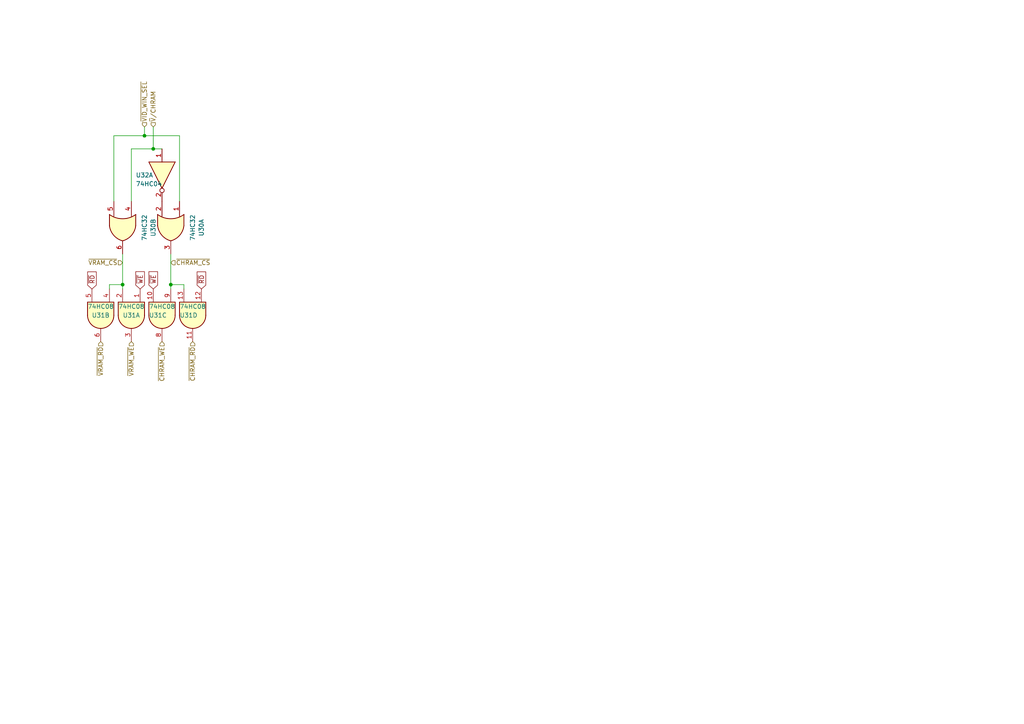
<source format=kicad_sch>
(kicad_sch (version 20230121) (generator eeschema)
  (paper "A4")
  (lib_symbols
    (symbol "74xx:74LS04"
      (property "Reference" "U" (at 0 1.27 0))
      (property "Value" "74LS04" (at 0 -1.27 0))
      (symbol "74LS04_1_0"
        (polyline (pts (xy -3.81 3.81) (xy -3.81 -3.81) (xy 3.81 0) (xy -3.81 3.81)) (stroke (width 0.254)) (fill (type background)))
        (pin input line (at -7.62 0 0) (length 3.81) (name "~") (number "1"))
        (pin output inverted (at 7.62 0 180) (length 3.81) (name "~") (number "2"))
      )
      (symbol "74LS04_2_0"
        (polyline (pts (xy -3.81 3.81) (xy -3.81 -3.81) (xy 3.81 0) (xy -3.81 3.81)) (stroke (width 0.254)) (fill (type background)))
        (pin input line (at -7.62 0 0) (length 3.81) (name "~") (number "3"))
        (pin output inverted (at 7.62 0 180) (length 3.81) (name "~") (number "4"))
      )
      (symbol "74LS04_3_0"
        (polyline (pts (xy -3.81 3.81) (xy -3.81 -3.81) (xy 3.81 0) (xy -3.81 3.81)) (stroke (width 0.254)) (fill (type background)))
        (pin input line (at -7.62 0 0) (length 3.81) (name "~") (number "5"))
        (pin output inverted (at 7.62 0 180) (length 3.81) (name "~") (number "6"))
      )
      (symbol "74LS04_4_0"
        (polyline (pts (xy -3.81 3.81) (xy -3.81 -3.81) (xy 3.81 0) (xy -3.81 3.81)) (stroke (width 0.254)) (fill (type background)))
        (pin output inverted (at 7.62 0 180) (length 3.81) (name "~") (number "8"))
        (pin input line (at -7.62 0 0) (length 3.81) (name "~") (number "9"))
      )
      (symbol "74LS04_5_0"
        (polyline (pts (xy -3.81 3.81) (xy -3.81 -3.81) (xy 3.81 0) (xy -3.81 3.81)) (stroke (width 0.254)) (fill (type background)))
        (pin output inverted (at 7.62 0 180) (length 3.81) (name "~") (number "10"))
        (pin input line (at -7.62 0 0) (length 3.81) (name "~") (number "11"))
      )
      (symbol "74LS04_6_0"
        (polyline (pts (xy -3.81 3.81) (xy -3.81 -3.81) (xy 3.81 0) (xy -3.81 3.81)) (stroke (width 0.254)) (fill (type background)))
        (pin output inverted (at 7.62 0 180) (length 3.81) (name "~") (number "12"))
        (pin input line (at -7.62 0 0) (length 3.81) (name "~") (number "13"))
      )
      (symbol "74LS04_7_0"
        (pin power_in line (at 0 12.7 270) (length 5.08) (name "VCC") (number "14"))
        (pin power_in line (at 0 -12.7 90) (length 5.08) (name "GND") (number "7"))
      )
      (symbol "74LS04_7_1"
        (rectangle (start -5.08 7.62) (end 5.08 -7.62) (stroke (width 0.254)) (fill (type background)))
      )
    )
    (symbol "74xx:74LS08" (pin_names (offset 1.016))
      (property "Reference" "U" (at 0 1.27 0))
      (property "Value" "74LS08" (at 0 -1.27 0))
      (symbol "74LS08_1_1"
        (arc (start 0 -3.81) (mid 3.7934 0) (end 0 3.81) (stroke (width 0.254)) (fill (type background)))
        (polyline (pts (xy 0 3.81) (xy -3.81 3.81) (xy -3.81 -3.81) (xy 0 -3.81)) (stroke (width 0.254)) (fill (type background)))
        (pin input line (at -7.62 2.54 0) (length 3.81) (name "~") (number "1"))
        (pin input line (at -7.62 -2.54 0) (length 3.81) (name "~") (number "2"))
        (pin output line (at 7.62 0 180) (length 3.81) (name "~") (number "3"))
      )
      (symbol "74LS08_1_2"
        (arc (start -3.81 -3.81) (mid -2.589 0) (end -3.81 3.81) (stroke (width 0.254)))
        (arc (start -0.6096 -3.81) (mid 2.1842 -2.5851) (end 3.81 0) (stroke (width 0.254)) (fill (type background)))
        (polyline (pts (xy -3.81 -3.81) (xy -0.635 -3.81)) (stroke (width 0.254)) (fill (type background)))
        (polyline (pts (xy -3.81 3.81) (xy -0.635 3.81)) (stroke (width 0.254)) (fill (type background)))
        (polyline (pts (xy -0.635 3.81) (xy -3.81 3.81) (xy -3.81 3.81) (xy -3.556 3.4036) (xy -3.0226 2.2606) (xy -2.6924 1.0414) (xy -2.6162 -0.254) (xy -2.7686 -1.4986) (xy -3.175 -2.7178) (xy -3.81 -3.81) (xy -3.81 -3.81) (xy -0.635 -3.81)) (stroke (width -25.4)) (fill (type background)))
        (arc (start 3.81 0) (mid 2.1915 2.5936) (end -0.6096 3.81) (stroke (width 0.254)) (fill (type background)))
        (pin input inverted (at -7.62 2.54 0) (length 4.318) (name "~") (number "1"))
        (pin input inverted (at -7.62 -2.54 0) (length 4.318) (name "~") (number "2"))
        (pin output inverted (at 7.62 0 180) (length 3.81) (name "~") (number "3"))
      )
      (symbol "74LS08_2_1"
        (arc (start 0 -3.81) (mid 3.7934 0) (end 0 3.81) (stroke (width 0.254)) (fill (type background)))
        (polyline (pts (xy 0 3.81) (xy -3.81 3.81) (xy -3.81 -3.81) (xy 0 -3.81)) (stroke (width 0.254)) (fill (type background)))
        (pin input line (at -7.62 2.54 0) (length 3.81) (name "~") (number "4"))
        (pin input line (at -7.62 -2.54 0) (length 3.81) (name "~") (number "5"))
        (pin output line (at 7.62 0 180) (length 3.81) (name "~") (number "6"))
      )
      (symbol "74LS08_2_2"
        (arc (start -3.81 -3.81) (mid -2.589 0) (end -3.81 3.81) (stroke (width 0.254)))
        (arc (start -0.6096 -3.81) (mid 2.1842 -2.5851) (end 3.81 0) (stroke (width 0.254)) (fill (type background)))
        (polyline (pts (xy -3.81 -3.81) (xy -0.635 -3.81)) (stroke (width 0.254)) (fill (type background)))
        (polyline (pts (xy -3.81 3.81) (xy -0.635 3.81)) (stroke (width 0.254)) (fill (type background)))
        (polyline (pts (xy -0.635 3.81) (xy -3.81 3.81) (xy -3.81 3.81) (xy -3.556 3.4036) (xy -3.0226 2.2606) (xy -2.6924 1.0414) (xy -2.6162 -0.254) (xy -2.7686 -1.4986) (xy -3.175 -2.7178) (xy -3.81 -3.81) (xy -3.81 -3.81) (xy -0.635 -3.81)) (stroke (width -25.4)) (fill (type background)))
        (arc (start 3.81 0) (mid 2.1915 2.5936) (end -0.6096 3.81) (stroke (width 0.254)) (fill (type background)))
        (pin input inverted (at -7.62 2.54 0) (length 4.318) (name "~") (number "4"))
        (pin input inverted (at -7.62 -2.54 0) (length 4.318) (name "~") (number "5"))
        (pin output inverted (at 7.62 0 180) (length 3.81) (name "~") (number "6"))
      )
      (symbol "74LS08_3_1"
        (arc (start 0 -3.81) (mid 3.7934 0) (end 0 3.81) (stroke (width 0.254)) (fill (type background)))
        (polyline (pts (xy 0 3.81) (xy -3.81 3.81) (xy -3.81 -3.81) (xy 0 -3.81)) (stroke (width 0.254)) (fill (type background)))
        (pin input line (at -7.62 -2.54 0) (length 3.81) (name "~") (number "10"))
        (pin output line (at 7.62 0 180) (length 3.81) (name "~") (number "8"))
        (pin input line (at -7.62 2.54 0) (length 3.81) (name "~") (number "9"))
      )
      (symbol "74LS08_3_2"
        (arc (start -3.81 -3.81) (mid -2.589 0) (end -3.81 3.81) (stroke (width 0.254)))
        (arc (start -0.6096 -3.81) (mid 2.1842 -2.5851) (end 3.81 0) (stroke (width 0.254)) (fill (type background)))
        (polyline (pts (xy -3.81 -3.81) (xy -0.635 -3.81)) (stroke (width 0.254)) (fill (type background)))
        (polyline (pts (xy -3.81 3.81) (xy -0.635 3.81)) (stroke (width 0.254)) (fill (type background)))
        (polyline (pts (xy -0.635 3.81) (xy -3.81 3.81) (xy -3.81 3.81) (xy -3.556 3.4036) (xy -3.0226 2.2606) (xy -2.6924 1.0414) (xy -2.6162 -0.254) (xy -2.7686 -1.4986) (xy -3.175 -2.7178) (xy -3.81 -3.81) (xy -3.81 -3.81) (xy -0.635 -3.81)) (stroke (width -25.4)) (fill (type background)))
        (arc (start 3.81 0) (mid 2.1915 2.5936) (end -0.6096 3.81) (stroke (width 0.254)) (fill (type background)))
        (pin input inverted (at -7.62 -2.54 0) (length 4.318) (name "~") (number "10"))
        (pin output inverted (at 7.62 0 180) (length 3.81) (name "~") (number "8"))
        (pin input inverted (at -7.62 2.54 0) (length 4.318) (name "~") (number "9"))
      )
      (symbol "74LS08_4_1"
        (arc (start 0 -3.81) (mid 3.7934 0) (end 0 3.81) (stroke (width 0.254)) (fill (type background)))
        (polyline (pts (xy 0 3.81) (xy -3.81 3.81) (xy -3.81 -3.81) (xy 0 -3.81)) (stroke (width 0.254)) (fill (type background)))
        (pin output line (at 7.62 0 180) (length 3.81) (name "~") (number "11"))
        (pin input line (at -7.62 2.54 0) (length 3.81) (name "~") (number "12"))
        (pin input line (at -7.62 -2.54 0) (length 3.81) (name "~") (number "13"))
      )
      (symbol "74LS08_4_2"
        (arc (start -3.81 -3.81) (mid -2.589 0) (end -3.81 3.81) (stroke (width 0.254)))
        (arc (start -0.6096 -3.81) (mid 2.1842 -2.5851) (end 3.81 0) (stroke (width 0.254)) (fill (type background)))
        (polyline (pts (xy -3.81 -3.81) (xy -0.635 -3.81)) (stroke (width 0.254)) (fill (type background)))
        (polyline (pts (xy -3.81 3.81) (xy -0.635 3.81)) (stroke (width 0.254)) (fill (type background)))
        (polyline (pts (xy -0.635 3.81) (xy -3.81 3.81) (xy -3.81 3.81) (xy -3.556 3.4036) (xy -3.0226 2.2606) (xy -2.6924 1.0414) (xy -2.6162 -0.254) (xy -2.7686 -1.4986) (xy -3.175 -2.7178) (xy -3.81 -3.81) (xy -3.81 -3.81) (xy -0.635 -3.81)) (stroke (width -25.4)) (fill (type background)))
        (arc (start 3.81 0) (mid 2.1915 2.5936) (end -0.6096 3.81) (stroke (width 0.254)) (fill (type background)))
        (pin output inverted (at 7.62 0 180) (length 3.81) (name "~") (number "11"))
        (pin input inverted (at -7.62 2.54 0) (length 4.318) (name "~") (number "12"))
        (pin input inverted (at -7.62 -2.54 0) (length 4.318) (name "~") (number "13"))
      )
      (symbol "74LS08_5_0"
        (pin power_in line (at 0 12.7 270) (length 5.08) (name "VCC") (number "14"))
        (pin power_in line (at 0 -12.7 90) (length 5.08) (name "GND") (number "7"))
      )
      (symbol "74LS08_5_1"
        (rectangle (start -5.08 7.62) (end 5.08 -7.62) (stroke (width 0.254)) (fill (type background)))
      )
    )
    (symbol "74xx:74LS32" (pin_names (offset 1.016))
      (property "Reference" "U" (at 0 1.27 0))
      (property "Value" "74LS32" (at 0 -1.27 0))
      (symbol "74LS32_1_1"
        (arc (start -3.81 -3.81) (mid -2.589 0) (end -3.81 3.81) (stroke (width 0.254)))
        (arc (start -0.6096 -3.81) (mid 2.1842 -2.5851) (end 3.81 0) (stroke (width 0.254)) (fill (type background)))
        (polyline (pts (xy -3.81 -3.81) (xy -0.635 -3.81)) (stroke (width 0.254)) (fill (type background)))
        (polyline (pts (xy -3.81 3.81) (xy -0.635 3.81)) (stroke (width 0.254)) (fill (type background)))
        (polyline (pts (xy -0.635 3.81) (xy -3.81 3.81) (xy -3.81 3.81) (xy -3.556 3.4036) (xy -3.0226 2.2606) (xy -2.6924 1.0414) (xy -2.6162 -0.254) (xy -2.7686 -1.4986) (xy -3.175 -2.7178) (xy -3.81 -3.81) (xy -3.81 -3.81) (xy -0.635 -3.81)) (stroke (width -25.4)) (fill (type background)))
        (arc (start 3.81 0) (mid 2.1915 2.5936) (end -0.6096 3.81) (stroke (width 0.254)) (fill (type background)))
        (pin input line (at -7.62 2.54 0) (length 4.318) (name "~") (number "1"))
        (pin input line (at -7.62 -2.54 0) (length 4.318) (name "~") (number "2"))
        (pin output line (at 7.62 0 180) (length 3.81) (name "~") (number "3"))
      )
      (symbol "74LS32_1_2"
        (arc (start 0 -3.81) (mid 3.7934 0) (end 0 3.81) (stroke (width 0.254)) (fill (type background)))
        (polyline (pts (xy 0 3.81) (xy -3.81 3.81) (xy -3.81 -3.81) (xy 0 -3.81)) (stroke (width 0.254)) (fill (type background)))
        (pin input inverted (at -7.62 2.54 0) (length 3.81) (name "~") (number "1"))
        (pin input inverted (at -7.62 -2.54 0) (length 3.81) (name "~") (number "2"))
        (pin output inverted (at 7.62 0 180) (length 3.81) (name "~") (number "3"))
      )
      (symbol "74LS32_2_1"
        (arc (start -3.81 -3.81) (mid -2.589 0) (end -3.81 3.81) (stroke (width 0.254)))
        (arc (start -0.6096 -3.81) (mid 2.1842 -2.5851) (end 3.81 0) (stroke (width 0.254)) (fill (type background)))
        (polyline (pts (xy -3.81 -3.81) (xy -0.635 -3.81)) (stroke (width 0.254)) (fill (type background)))
        (polyline (pts (xy -3.81 3.81) (xy -0.635 3.81)) (stroke (width 0.254)) (fill (type background)))
        (polyline (pts (xy -0.635 3.81) (xy -3.81 3.81) (xy -3.81 3.81) (xy -3.556 3.4036) (xy -3.0226 2.2606) (xy -2.6924 1.0414) (xy -2.6162 -0.254) (xy -2.7686 -1.4986) (xy -3.175 -2.7178) (xy -3.81 -3.81) (xy -3.81 -3.81) (xy -0.635 -3.81)) (stroke (width -25.4)) (fill (type background)))
        (arc (start 3.81 0) (mid 2.1915 2.5936) (end -0.6096 3.81) (stroke (width 0.254)) (fill (type background)))
        (pin input line (at -7.62 2.54 0) (length 4.318) (name "~") (number "4"))
        (pin input line (at -7.62 -2.54 0) (length 4.318) (name "~") (number "5"))
        (pin output line (at 7.62 0 180) (length 3.81) (name "~") (number "6"))
      )
      (symbol "74LS32_2_2"
        (arc (start 0 -3.81) (mid 3.7934 0) (end 0 3.81) (stroke (width 0.254)) (fill (type background)))
        (polyline (pts (xy 0 3.81) (xy -3.81 3.81) (xy -3.81 -3.81) (xy 0 -3.81)) (stroke (width 0.254)) (fill (type background)))
        (pin input inverted (at -7.62 2.54 0) (length 3.81) (name "~") (number "4"))
        (pin input inverted (at -7.62 -2.54 0) (length 3.81) (name "~") (number "5"))
        (pin output inverted (at 7.62 0 180) (length 3.81) (name "~") (number "6"))
      )
      (symbol "74LS32_3_1"
        (arc (start -3.81 -3.81) (mid -2.589 0) (end -3.81 3.81) (stroke (width 0.254)))
        (arc (start -0.6096 -3.81) (mid 2.1842 -2.5851) (end 3.81 0) (stroke (width 0.254)) (fill (type background)))
        (polyline (pts (xy -3.81 -3.81) (xy -0.635 -3.81)) (stroke (width 0.254)) (fill (type background)))
        (polyline (pts (xy -3.81 3.81) (xy -0.635 3.81)) (stroke (width 0.254)) (fill (type background)))
        (polyline (pts (xy -0.635 3.81) (xy -3.81 3.81) (xy -3.81 3.81) (xy -3.556 3.4036) (xy -3.0226 2.2606) (xy -2.6924 1.0414) (xy -2.6162 -0.254) (xy -2.7686 -1.4986) (xy -3.175 -2.7178) (xy -3.81 -3.81) (xy -3.81 -3.81) (xy -0.635 -3.81)) (stroke (width -25.4)) (fill (type background)))
        (arc (start 3.81 0) (mid 2.1915 2.5936) (end -0.6096 3.81) (stroke (width 0.254)) (fill (type background)))
        (pin input line (at -7.62 -2.54 0) (length 4.318) (name "~") (number "10"))
        (pin output line (at 7.62 0 180) (length 3.81) (name "~") (number "8"))
        (pin input line (at -7.62 2.54 0) (length 4.318) (name "~") (number "9"))
      )
      (symbol "74LS32_3_2"
        (arc (start 0 -3.81) (mid 3.7934 0) (end 0 3.81) (stroke (width 0.254)) (fill (type background)))
        (polyline (pts (xy 0 3.81) (xy -3.81 3.81) (xy -3.81 -3.81) (xy 0 -3.81)) (stroke (width 0.254)) (fill (type background)))
        (pin input inverted (at -7.62 -2.54 0) (length 3.81) (name "~") (number "10"))
        (pin output inverted (at 7.62 0 180) (length 3.81) (name "~") (number "8"))
        (pin input inverted (at -7.62 2.54 0) (length 3.81) (name "~") (number "9"))
      )
      (symbol "74LS32_4_1"
        (arc (start -3.81 -3.81) (mid -2.589 0) (end -3.81 3.81) (stroke (width 0.254)))
        (arc (start -0.6096 -3.81) (mid 2.1842 -2.5851) (end 3.81 0) (stroke (width 0.254)) (fill (type background)))
        (polyline (pts (xy -3.81 -3.81) (xy -0.635 -3.81)) (stroke (width 0.254)) (fill (type background)))
        (polyline (pts (xy -3.81 3.81) (xy -0.635 3.81)) (stroke (width 0.254)) (fill (type background)))
        (polyline (pts (xy -0.635 3.81) (xy -3.81 3.81) (xy -3.81 3.81) (xy -3.556 3.4036) (xy -3.0226 2.2606) (xy -2.6924 1.0414) (xy -2.6162 -0.254) (xy -2.7686 -1.4986) (xy -3.175 -2.7178) (xy -3.81 -3.81) (xy -3.81 -3.81) (xy -0.635 -3.81)) (stroke (width -25.4)) (fill (type background)))
        (arc (start 3.81 0) (mid 2.1915 2.5936) (end -0.6096 3.81) (stroke (width 0.254)) (fill (type background)))
        (pin output line (at 7.62 0 180) (length 3.81) (name "~") (number "11"))
        (pin input line (at -7.62 2.54 0) (length 4.318) (name "~") (number "12"))
        (pin input line (at -7.62 -2.54 0) (length 4.318) (name "~") (number "13"))
      )
      (symbol "74LS32_4_2"
        (arc (start 0 -3.81) (mid 3.7934 0) (end 0 3.81) (stroke (width 0.254)) (fill (type background)))
        (polyline (pts (xy 0 3.81) (xy -3.81 3.81) (xy -3.81 -3.81) (xy 0 -3.81)) (stroke (width 0.254)) (fill (type background)))
        (pin output inverted (at 7.62 0 180) (length 3.81) (name "~") (number "11"))
        (pin input inverted (at -7.62 2.54 0) (length 3.81) (name "~") (number "12"))
        (pin input inverted (at -7.62 -2.54 0) (length 3.81) (name "~") (number "13"))
      )
      (symbol "74LS32_5_0"
        (pin power_in line (at 0 12.7 270) (length 5.08) (name "VCC") (number "14"))
        (pin power_in line (at 0 -12.7 90) (length 5.08) (name "GND") (number "7"))
      )
      (symbol "74LS32_5_1"
        (rectangle (start -5.08 7.62) (end 5.08 -7.62) (stroke (width 0.254)) (fill (type background)))
      )
    )
  )
  (junction (at 44.45 43.18))
  (junction (at 41.91 39.37))
  (junction (at 35.56 82.55))
  (junction (at 49.53 82.55))
  (wire (pts (xy 38.1 58.42) (xy 38.1 43.18)))
  (wire (pts (xy 52.07 39.37) (xy 52.07 58.42)))
  (wire (pts (xy 33.02 39.37) (xy 33.02 58.42)))
  (wire (pts (xy 49.53 82.55) (xy 49.53 83.82)))
  (wire (pts (xy 38.1 43.18) (xy 44.45 43.18)))
  (wire (pts (xy 44.45 36.83) (xy 44.45 43.18)))
  (wire (pts (xy 35.56 73.66) (xy 35.56 82.55)))
  (wire (pts (xy 44.45 43.18) (xy 46.99 43.18)))
  (wire (pts (xy 35.56 83.82) (xy 35.56 82.55)))
  (wire (pts (xy 52.07 39.37) (xy 41.91 39.37)))
  (wire (pts (xy 49.53 73.66) (xy 49.53 82.55)))
  (wire (pts (xy 53.34 83.82) (xy 53.34 82.55)))
  (wire (pts (xy 41.91 39.37) (xy 33.02 39.37)))
  (wire (pts (xy 41.91 36.83) (xy 41.91 39.37)))
  (wire (pts (xy 31.75 82.55) (xy 31.75 83.82)))
  (wire (pts (xy 31.75 82.55) (xy 35.56 82.55)))
  (wire (pts (xy 53.34 82.55) (xy 49.53 82.55)))
  (global_label "~{RD}" (shape input) (at 26.67 83.82 90) (property "Intersheetrefs" "${INTERSHEET_REFS}" (effects hide)))
  (global_label "~{RD}" (shape input) (at 58.42 83.82 90) (property "Intersheetrefs" "${INTERSHEET_REFS}" (effects hide)))
  (global_label "~{WE}" (shape input) (at 40.64 83.82 90) (property "Intersheetrefs" "${INTERSHEET_REFS}" (effects hide)))
  (global_label "~{WE}" (shape input) (at 44.45 83.82 90) (property "Intersheetrefs" "${INTERSHEET_REFS}" (effects hide)))
  (hierarchical_label "~{CHRAM_WE}" (shape input) (at 46.99 99.06 270))
  (hierarchical_label "~{VRAM_CS}" (shape input) (at 35.56 76.2 180))
  (hierarchical_label "~{CHRAM_RD}" (shape input) (at 55.88 99.06 270))
  (hierarchical_label "~{VRAM_WE}" (shape input) (at 38.1 99.06 270))
  (hierarchical_label "~{VID_WIN_SEL}" (shape input) (at 41.91 36.83 90))
  (hierarchical_label "~{CHRAM_CS}" (shape input) (at 49.53 76.2 0))
  (hierarchical_label "~{VRAM_RD}" (shape input) (at 29.21 99.06 270))
  (hierarchical_label "~{V}{slash}CHRAM" (shape input) (at 44.45 36.83 90))
  (symbol (lib_id "74xx:74LS32") (at 35.56 66.04 270) (unit 2)
    (property "Reference" "U30" (at 44.45 66.04 0))
    (property "Value" "74HC32" (at 41.91 66.04 0))
    (property "Footprint" "Package_SO:SOIC-14_3.9x8.7mm_P1.27mm" (effects hide))
    (property "Datasheet" "http://www.ti.com/lit/gpn/sn74LS32" (effects hide))
  )
  (symbol (lib_id "74xx:74LS04") (at 46.99 50.8 270) (unit 1)
    (property "Reference" "U32" (at 39.37 50.8 90) (effects (justify left)))
    (property "Value" "74HC04" (at 39.37 53.34 90) (effects (justify left)))
    (property "Footprint" "Package_SO:SOIC-14_3.9x8.7mm_P1.27mm" (effects hide))
    (property "Datasheet" "http://www.ti.com/lit/gpn/sn74LS04" (effects hide))
  )
  (symbol (lib_id "74xx:74LS32") (at 49.53 66.04 270) (unit 1)
    (property "Reference" "U30" (at 58.42 66.04 0))
    (property "Value" "74HC32" (at 55.88 66.04 0))
    (property "Footprint" "Package_SO:SOIC-14_3.9x8.7mm_P1.27mm" (effects hide))
    (property "Datasheet" "http://www.ti.com/lit/gpn/sn74LS32" (effects hide))
  )
  (symbol (lib_id "74xx:74LS08") (at 38.1 91.44 270) (unit 1)
    (property "Reference" "U31" (at 38.1 91.44 90))
    (property "Value" "74HC08" (at 38.1083 88.9 90))
    (property "Footprint" "Package_SO:SOIC-14_3.9x8.7mm_P1.27mm" (effects hide))
    (property "Datasheet" "http://www.ti.com/lit/gpn/sn74LS08" (effects hide))
  )
  (symbol (lib_id "74xx:74LS08") (at 29.21 91.44 270) (unit 2)
    (property "Reference" "U31" (at 29.21 91.44 90))
    (property "Value" "74HC08" (at 29.21 88.9 90))
    (property "Footprint" "Package_SO:SOIC-14_3.9x8.7mm_P1.27mm" (effects hide))
    (property "Datasheet" "http://www.ti.com/lit/gpn/sn74LS08" (effects hide))
  )
  (symbol (lib_id "74xx:74LS08") (at 55.88 91.44 270) (unit 4)
    (property "Reference" "U31" (at 52.07 91.44 90) (effects (justify left)))
    (property "Value" "74HC08" (at 52.07 88.9 90) (effects (justify left)))
    (property "Footprint" "Package_SO:SOIC-14_3.9x8.7mm_P1.27mm" (effects hide))
    (property "Datasheet" "http://www.ti.com/lit/gpn/sn74LS08" (effects hide))
  )
  (symbol (lib_id "74xx:74LS08") (at 46.99 91.44 270) (unit 3)
    (property "Reference" "U31" (at 43.18 91.44 90) (effects (justify left)))
    (property "Value" "74HC08" (at 43.18 88.9 90) (effects (justify left)))
    (property "Footprint" "Package_SO:SOIC-14_3.9x8.7mm_P1.27mm" (effects hide))
    (property "Datasheet" "http://www.ti.com/lit/gpn/sn74LS08" (effects hide))
  )
)
</source>
